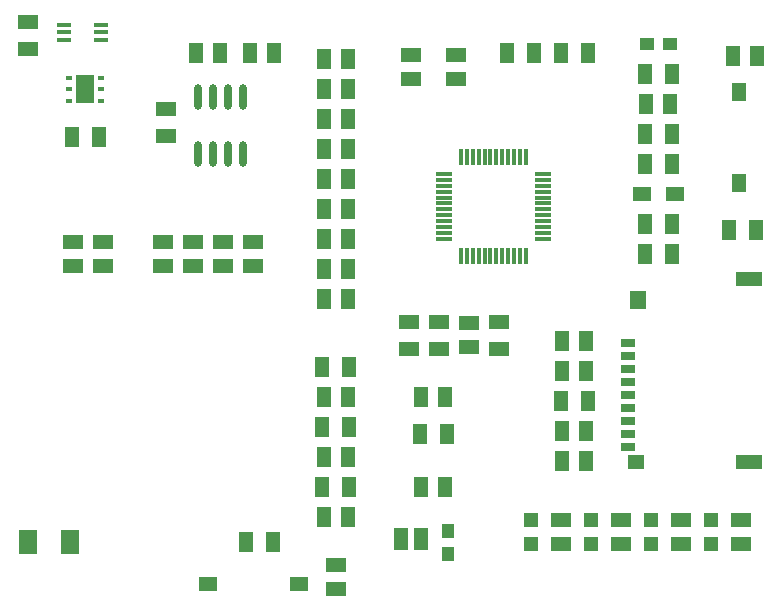
<source format=gtp>
G04 Layer_Color=8421504*
%FSLAX25Y25*%
%MOIN*%
G70*
G01*
G75*
%ADD10R,0.06500X0.05000*%
%ADD11R,0.05000X0.06500*%
%ADD12R,0.06299X0.04921*%
%ADD13R,0.06000X0.08000*%
%ADD14R,0.05906X0.04724*%
%ADD15R,0.05118X0.02756*%
%ADD16R,0.05512X0.04724*%
%ADD17R,0.08661X0.04724*%
%ADD18R,0.05512X0.06299*%
%ADD19R,0.05118X0.04134*%
%ADD20R,0.01181X0.05512*%
%ADD21R,0.05512X0.01181*%
%ADD22R,0.04134X0.05118*%
%ADD23R,0.04921X0.07284*%
%ADD24R,0.04724X0.04724*%
%ADD25R,0.04724X0.05906*%
%ADD26R,0.05118X0.01575*%
%ADD27R,0.05906X0.09449*%
%ADD28R,0.02362X0.01575*%
%ADD29O,0.02362X0.08661*%
D10*
X35000Y116000D02*
D03*
Y124000D02*
D03*
X25000Y116000D02*
D03*
Y124000D02*
D03*
X65000Y116000D02*
D03*
Y124000D02*
D03*
X55000Y116000D02*
D03*
Y124000D02*
D03*
X85000Y116000D02*
D03*
Y124000D02*
D03*
X75000Y116000D02*
D03*
Y124000D02*
D03*
X147000Y88500D02*
D03*
Y97500D02*
D03*
X167000Y88500D02*
D03*
Y97500D02*
D03*
X112500Y8500D02*
D03*
Y16500D02*
D03*
X137500Y186500D02*
D03*
Y178500D02*
D03*
X152500Y186500D02*
D03*
Y178500D02*
D03*
X137000Y88500D02*
D03*
Y97500D02*
D03*
X157000Y89000D02*
D03*
Y97000D02*
D03*
X187500Y23500D02*
D03*
Y31500D02*
D03*
X207500D02*
D03*
Y23500D02*
D03*
X227500Y31500D02*
D03*
Y23500D02*
D03*
X247500Y31500D02*
D03*
Y23500D02*
D03*
X10000Y197500D02*
D03*
Y188500D02*
D03*
X56000Y159500D02*
D03*
Y168500D02*
D03*
D11*
X108000Y82500D02*
D03*
X117000D02*
D03*
X108500Y72500D02*
D03*
X116500D02*
D03*
X108500Y52500D02*
D03*
X116500D02*
D03*
X108000Y42500D02*
D03*
X117000D02*
D03*
X108500Y32500D02*
D03*
X116500D02*
D03*
X141000Y72500D02*
D03*
X149000D02*
D03*
X224500Y120000D02*
D03*
X215500D02*
D03*
X224500Y130000D02*
D03*
X215500D02*
D03*
X224500Y160000D02*
D03*
X215500D02*
D03*
X224000Y170000D02*
D03*
X216000D02*
D03*
X169500Y187000D02*
D03*
X178500D02*
D03*
X196500D02*
D03*
X187500D02*
D03*
X108500Y185000D02*
D03*
X116500D02*
D03*
X108500Y175000D02*
D03*
X116500D02*
D03*
X108500Y165000D02*
D03*
X116500D02*
D03*
X108500Y155000D02*
D03*
X116500D02*
D03*
X108500Y145000D02*
D03*
X116500D02*
D03*
X108500Y135000D02*
D03*
X116500D02*
D03*
X108500Y125000D02*
D03*
X116500D02*
D03*
X108500Y115000D02*
D03*
X116500D02*
D03*
X108500Y105000D02*
D03*
X116500D02*
D03*
X82500Y24000D02*
D03*
X91500D02*
D03*
X196000Y51000D02*
D03*
X188000D02*
D03*
X196000Y81000D02*
D03*
X188000D02*
D03*
X196000Y61000D02*
D03*
X188000D02*
D03*
X196000Y91000D02*
D03*
X188000D02*
D03*
X187500Y71000D02*
D03*
X196500D02*
D03*
X224500Y150000D02*
D03*
X215500D02*
D03*
X224500Y180000D02*
D03*
X215500D02*
D03*
X108000Y62500D02*
D03*
X117000D02*
D03*
X149500Y60000D02*
D03*
X140500D02*
D03*
X245000Y186000D02*
D03*
X253000D02*
D03*
X252500Y128000D02*
D03*
X243500D02*
D03*
X24500Y159000D02*
D03*
X33500D02*
D03*
X74000Y187000D02*
D03*
X66000D02*
D03*
X84000D02*
D03*
X92000D02*
D03*
X141000Y42500D02*
D03*
X149000D02*
D03*
D12*
X225413Y140000D02*
D03*
X214587D02*
D03*
D13*
X24000Y24000D02*
D03*
X10000D02*
D03*
D14*
X69842Y10000D02*
D03*
X100157D02*
D03*
D15*
X210000Y90492D02*
D03*
Y86161D02*
D03*
Y81831D02*
D03*
Y77500D02*
D03*
Y73169D02*
D03*
Y68839D02*
D03*
Y64508D02*
D03*
Y60177D02*
D03*
Y55847D02*
D03*
D16*
X212559Y50728D02*
D03*
D17*
X250354D02*
D03*
Y111752D02*
D03*
D18*
X213347Y104665D02*
D03*
D19*
X216260Y190000D02*
D03*
X223740D02*
D03*
D20*
X154173Y119465D02*
D03*
X156142D02*
D03*
X158110D02*
D03*
X160079D02*
D03*
X162047D02*
D03*
X164016D02*
D03*
X165984D02*
D03*
X167953D02*
D03*
X169921D02*
D03*
X171890D02*
D03*
X173858D02*
D03*
X175827D02*
D03*
Y152535D02*
D03*
X173858D02*
D03*
X171890D02*
D03*
X169921D02*
D03*
X167953D02*
D03*
X165984D02*
D03*
X164016D02*
D03*
X162047D02*
D03*
X160079D02*
D03*
X158110D02*
D03*
X156142D02*
D03*
X154173D02*
D03*
D21*
X181535Y125173D02*
D03*
Y127142D02*
D03*
Y129110D02*
D03*
Y131079D02*
D03*
Y133047D02*
D03*
Y135016D02*
D03*
Y136984D02*
D03*
Y138953D02*
D03*
Y140921D02*
D03*
Y142890D02*
D03*
Y144858D02*
D03*
Y146827D02*
D03*
X148465D02*
D03*
Y144858D02*
D03*
Y142890D02*
D03*
Y140921D02*
D03*
Y138953D02*
D03*
Y136984D02*
D03*
Y135016D02*
D03*
Y133047D02*
D03*
Y131079D02*
D03*
Y129110D02*
D03*
Y127142D02*
D03*
Y125173D02*
D03*
D22*
X150000Y27740D02*
D03*
Y20260D02*
D03*
D23*
X134055Y25000D02*
D03*
X140945D02*
D03*
D24*
X177499Y23367D02*
D03*
Y31635D02*
D03*
X197499Y23367D02*
D03*
Y31635D02*
D03*
X217499Y23367D02*
D03*
Y31635D02*
D03*
X237499Y23367D02*
D03*
Y31635D02*
D03*
D25*
X247000Y143842D02*
D03*
Y174158D02*
D03*
D26*
X21701Y196559D02*
D03*
Y194000D02*
D03*
Y191441D02*
D03*
X34299D02*
D03*
Y194000D02*
D03*
Y196559D02*
D03*
D27*
X29000Y175000D02*
D03*
D28*
X34315Y178937D02*
D03*
Y175000D02*
D03*
Y171063D02*
D03*
X23685D02*
D03*
Y175000D02*
D03*
Y178937D02*
D03*
D29*
X81500Y172449D02*
D03*
X76500D02*
D03*
X71500D02*
D03*
X66500D02*
D03*
X81500Y153551D02*
D03*
X76500D02*
D03*
X71500D02*
D03*
X66500D02*
D03*
M02*

</source>
